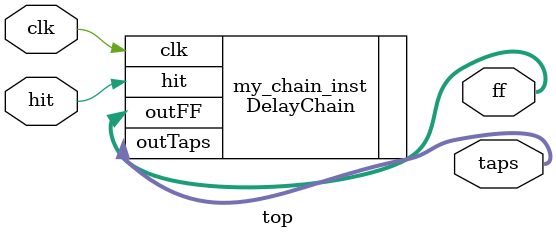
<source format=v>

module top #(parameter NUM = 12)  (
    input              clk,
    input              hit,
    output[NUM-1:0]    taps,
    output[NUM-1:0]    ff
    );



    DelayChain #(NUM) my_chain_inst (
        .clk(clk),
        .hit(hit),
        .outTaps(taps),
        .outFF(ff)
    );

endmodule
</source>
